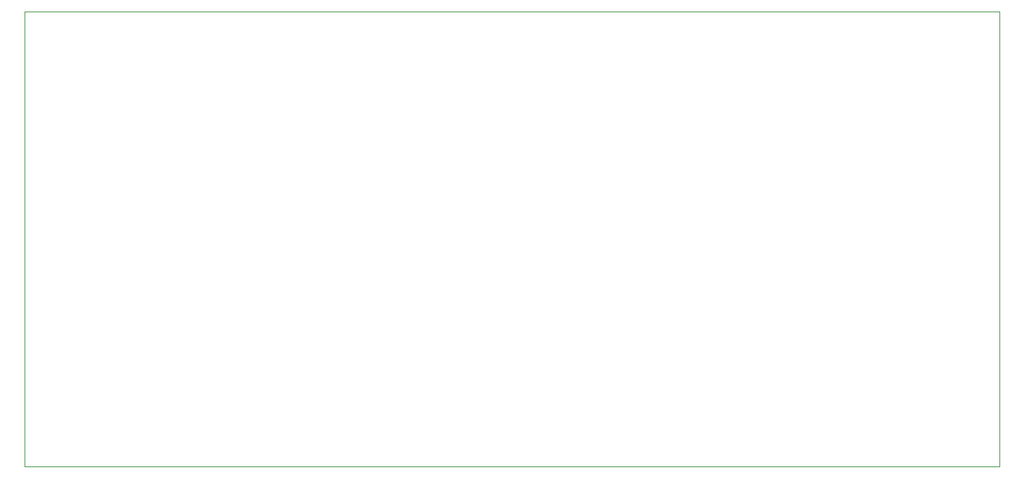
<source format=gbr>
%TF.GenerationSoftware,KiCad,Pcbnew,5.1.5-1.fc31*%
%TF.CreationDate,2020-04-02T16:35:23+02:00*%
%TF.ProjectId,avrisp-mkII-clone,61767269-7370-42d6-9d6b-49492d636c6f,1.0*%
%TF.SameCoordinates,PX54c81a0PY82ce540*%
%TF.FileFunction,Profile,NP*%
%FSLAX46Y46*%
G04 Gerber Fmt 4.6, Leading zero omitted, Abs format (unit mm)*
G04 Created by KiCad (PCBNEW 5.1.5-1.fc31) date 2020-04-02 16:35:23*
%MOMM*%
%LPD*%
G04 APERTURE LIST*
%TA.AperFunction,Profile*%
%ADD10C,0.050000*%
%TD*%
G04 APERTURE END LIST*
D10*
X0Y0D02*
X0Y53340000D01*
X114300000Y0D02*
X0Y0D01*
X114300000Y53340000D02*
X114300000Y0D01*
X0Y53340000D02*
X114300000Y53340000D01*
M02*

</source>
